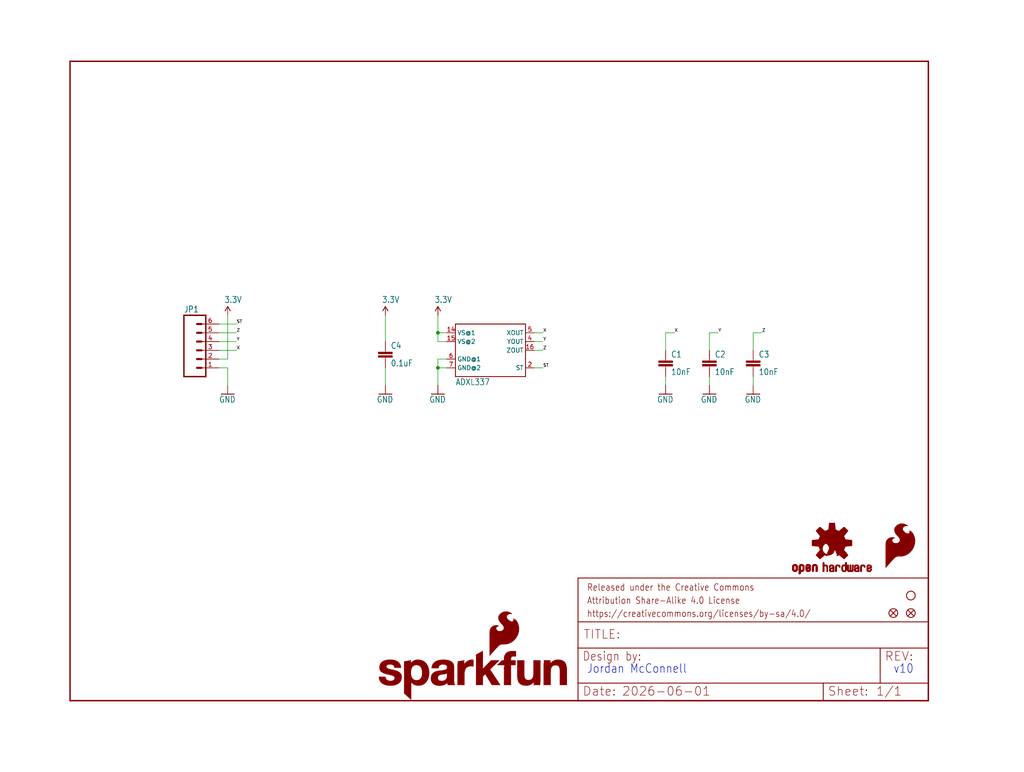
<source format=kicad_sch>
(kicad_sch (version 20230121) (generator eeschema)
  (paper "User" 297.002 223.926)
  (lib_symbols
    (symbol "working-eagle-import:0.1UF-25V(+80/-20%)(0603)"
      (property "Reference" "C" (at 1.524 2.921 0))
      (symbol "0.1UF-25V(+80/-20%)(0603)_1_0"
        (pin passive line (at 0 5.08 270) (length 2.54) (name "1") (number "1"))
        (pin passive line (at 0 -2.54 90) (length 2.54) (name "2") (number "2"))
      )
    )
    (symbol "working-eagle-import:10NF/10000PF-50V-10%(0603)"
      (property "Reference" "C" (at 1.524 2.921 0))
      (symbol "10NF/10000PF-50V-10%(0603)_1_0"
        (pin passive line (at 0 5.08 270) (length 2.54) (name "1") (number "1"))
        (pin passive line (at 0 -2.54 90) (length 2.54) (name "2") (number "2"))
      )
    )
    (symbol "working-eagle-import:3.3V" (power)
      (property "Value" "3.3V" (at -1.016 3.556 0))
      (symbol "3.3V_1_0"
        (pin power_in line (at 0 0 90) (length 2.54) (name "3.3V") (number "1"))
      )
    )
    (symbol "working-eagle-import:ADXL337"
      (symbol "ADXL337_1_0"
        (pin bidirectional line (at -12.7 5.08 0) (length 2.54) (name "VS@1") (number "14"))
        (pin bidirectional line (at -12.7 2.54 0) (length 2.54) (name "VS@2") (number "15"))
        (pin bidirectional line (at 12.7 0 180) (length 2.54) (name "ZOUT") (number "16"))
        (pin bidirectional line (at 12.7 -5.08 180) (length 2.54) (name "ST") (number "2"))
        (pin bidirectional line (at 12.7 2.54 180) (length 2.54) (name "YOUT") (number "4"))
        (pin bidirectional line (at 12.7 5.08 180) (length 2.54) (name "XOUT") (number "5"))
        (pin bidirectional line (at -12.7 -2.54 0) (length 2.54) (name "GND@1") (number "6"))
        (pin bidirectional line (at -12.7 -5.08 0) (length 2.54) (name "GND@2") (number "7"))
      )
    )
    (symbol "working-eagle-import:FIDUCIAL1X2")
    (symbol "working-eagle-import:FRAME-LETTER"
      (symbol "FRAME-LETTER_2_0"
        (text "${#}/${##}" (at 86.36 1.27 0) (effects (font (size 2.54 2.54)) (justify left bottom)))
        (text "${CURRENT_DATE}" (at 12.7 1.27 0) (effects (font (size 2.54 2.54)) (justify left bottom)))
        (text "${PROJECTNAME}" (at 15.494 17.78 0) (effects (font (size 2.7432 2.7432)) (justify left bottom)))
        (text "Attribution Share-Alike 4.0 License" (at 2.54 27.94 0) (effects (font (size 1.9304 1.6408)) (justify left bottom)))
        (text "Date:" (at 1.27 1.27 0) (effects (font (size 2.54 2.54)) (justify left bottom)))
        (text "Design by:" (at 1.27 11.43 0) (effects (font (size 2.54 2.159)) (justify left bottom)))
        (text "https://creativecommons.org/licenses/by-sa/4.0/" (at 2.54 24.13 0) (effects (font (size 1.9304 1.6408)) (justify left bottom)))
        (text "Released under the Creative Commons" (at 2.54 31.75 0) (effects (font (size 1.9304 1.6408)) (justify left bottom)))
        (text "REV:" (at 88.9 11.43 0) (effects (font (size 2.54 2.54)) (justify left bottom)))
        (text "Sheet:" (at 72.39 1.27 0) (effects (font (size 2.54 2.54)) (justify left bottom)))
        (text "TITLE:" (at 1.524 17.78 0) (effects (font (size 2.54 2.54)) (justify left bottom)))
      )
    )
    (symbol "working-eagle-import:GND" (power)
      (property "Value" "GND" (at -2.54 -2.54 0))
      (symbol "GND_1_0"
        (pin power_in line (at 0 2.54 270) (length 2.54) (name "GND") (number "1"))
      )
    )
    (symbol "working-eagle-import:M06SIP"
      (property "Reference" "JP" (at -5.08 10.922 0))
      (symbol "M06SIP_1_0"
        (pin passive line (at 5.08 -5.08 180) (length 5.08) (name "1") (number "1"))
        (pin passive line (at 5.08 -2.54 180) (length 5.08) (name "2") (number "2"))
        (pin passive line (at 5.08 0 180) (length 5.08) (name "3") (number "3"))
        (pin passive line (at 5.08 2.54 180) (length 5.08) (name "4") (number "4"))
        (pin passive line (at 5.08 5.08 180) (length 5.08) (name "5") (number "5"))
        (pin passive line (at 5.08 7.62 180) (length 5.08) (name "6") (number "6"))
      )
    )
    (symbol "working-eagle-import:OSHW-LOGOS")
    (symbol "working-eagle-import:SFE_LOGO_FLAME.1_INCH")
    (symbol "working-eagle-import:SFE_LOGO_NAME_FLAME.1_INCH")
    (symbol "working-eagle-import:STAND-OFF")
  )
  (junction (at 127 96.52))
  (junction (at 127 106.68))
  (wire (pts (xy 205.74 101.6) (xy 205.74 96.52)) (stroke (width 0.1524)))
  (wire (pts (xy 63.5 101.6) (xy 68.58 101.6)) (stroke (width 0.1524)))
  (wire (pts (xy 63.5 99.06) (xy 68.58 99.06)) (stroke (width 0.1524)))
  (wire (pts (xy 63.5 96.52) (xy 68.58 96.52)) (stroke (width 0.1524)))
  (wire (pts (xy 193.04 101.6) (xy 193.04 96.52)) (stroke (width 0.1524)))
  (wire (pts (xy 205.74 109.22) (xy 205.74 111.76)) (stroke (width 0.1524)))
  (wire (pts (xy 127 111.76) (xy 127 106.68)) (stroke (width 0.1524)))
  (wire (pts (xy 129.54 96.52) (xy 127 96.52)) (stroke (width 0.1524)))
  (wire (pts (xy 154.94 106.68) (xy 157.48 106.68)) (stroke (width 0.1524)))
  (wire (pts (xy 193.04 111.76) (xy 193.04 109.22)) (stroke (width 0.1524)))
  (wire (pts (xy 111.76 91.44) (xy 111.76 99.06)) (stroke (width 0.1524)))
  (wire (pts (xy 129.54 99.06) (xy 127 99.06)) (stroke (width 0.1524)))
  (wire (pts (xy 66.04 91.44) (xy 66.04 104.14)) (stroke (width 0.1524)))
  (wire (pts (xy 218.44 96.52) (xy 220.98 96.52)) (stroke (width 0.1524)))
  (wire (pts (xy 66.04 104.14) (xy 63.5 104.14)) (stroke (width 0.1524)))
  (wire (pts (xy 127 99.06) (xy 127 96.52)) (stroke (width 0.1524)))
  (wire (pts (xy 154.94 101.6) (xy 157.48 101.6)) (stroke (width 0.1524)))
  (wire (pts (xy 193.04 96.52) (xy 195.58 96.52)) (stroke (width 0.1524)))
  (wire (pts (xy 127 106.68) (xy 129.54 106.68)) (stroke (width 0.1524)))
  (wire (pts (xy 154.94 99.06) (xy 157.48 99.06)) (stroke (width 0.1524)))
  (wire (pts (xy 127 96.52) (xy 127 91.44)) (stroke (width 0.1524)))
  (wire (pts (xy 63.5 93.98) (xy 68.58 93.98)) (stroke (width 0.1524)))
  (wire (pts (xy 66.04 106.68) (xy 63.5 106.68)) (stroke (width 0.1524)))
  (wire (pts (xy 218.44 101.6) (xy 218.44 96.52)) (stroke (width 0.1524)))
  (wire (pts (xy 154.94 96.52) (xy 157.48 96.52)) (stroke (width 0.1524)))
  (wire (pts (xy 205.74 96.52) (xy 208.28 96.52)) (stroke (width 0.1524)))
  (wire (pts (xy 218.44 109.22) (xy 218.44 111.76)) (stroke (width 0.1524)))
  (wire (pts (xy 111.76 106.68) (xy 111.76 111.76)) (stroke (width 0.1524)))
  (wire (pts (xy 66.04 111.76) (xy 66.04 106.68)) (stroke (width 0.1524)))
  (wire (pts (xy 129.54 104.14) (xy 127 104.14)) (stroke (width 0.1524)))
  (wire (pts (xy 127 104.14) (xy 127 106.68)) (stroke (width 0.1524)))
  (text "Jordan McConnell" (at 170.18 195.58 0) (effects (font (size 2.54 2.159)) (justify left bottom)))
  (text "v10" (at 259.08 195.58 0) (effects (font (size 2.54 2.159)) (justify left bottom)))
  (label "Z" (at 68.58 96.52 0) (effects (font (size 0.889 0.889))))
  (label "ST" (at 68.58 93.98 0) (effects (font (size 0.889 0.889))))
  (label "ST" (at 157.48 106.68 0) (effects (font (size 0.889 0.889))))
  (label "X" (at 195.58 96.52 0) (effects (font (size 0.889 0.889))))
  (label "Y" (at 68.58 99.06 0) (effects (font (size 0.889 0.889))))
  (label "Z" (at 220.98 96.52 0) (effects (font (size 0.889 0.889))))
  (label "Y" (at 208.28 96.52 0) (effects (font (size 0.889 0.889))))
  (label "X" (at 157.48 96.52 0) (effects (font (size 0.889 0.889))))
  (label "Y" (at 157.48 99.06 0) (effects (font (size 0.889 0.889))))
  (label "X" (at 68.58 101.6 0) (effects (font (size 0.889 0.889))))
  (label "Z" (at 157.48 101.6 0) (effects (font (size 0.889 0.889))))
  (symbol (lib_id "working-eagle-import:GND") (at 205.74 114.3 0) (unit 1)
    (property "Reference" "#GND4" (effects hide))
    (property "Value" "GND" (at 203.2 116.84 0) (effects (font (size 1.778 1.5113)) (justify left bottom)))
  )
  (symbol (lib_id "working-eagle-import:10NF/10000PF-50V-10%(0603)") (at 205.74 106.68 0) (unit 1)
    (property "Reference" "C2" (at 207.264 103.759 0) (effects (font (size 1.778 1.5113)) (justify left bottom)))
    (property "Value" "10nF" (at 207.264 108.839 0) (effects (font (size 1.778 1.5113)) (justify left bottom)))
    (property "Footprint" "working:0603-CAP" (effects hide))
  )
  (symbol (lib_id "working-eagle-import:0.1UF-25V(+80/-20%)(0603)") (at 111.76 104.14 0) (unit 1)
    (property "Reference" "C4" (at 113.284 101.219 0) (effects (font (size 1.778 1.5113)) (justify left bottom)))
    (property "Value" "0.1uF" (at 113.284 106.299 0) (effects (font (size 1.778 1.5113)) (justify left bottom)))
    (property "Footprint" "working:0603-CAP" (effects hide))
  )
  (symbol (lib_id "working-eagle-import:3.3V") (at 66.04 91.44 0) (unit 1)
    (property "Reference" "#SUPPLY2" (effects hide))
    (property "Value" "3.3V" (at 65.024 87.884 0) (effects (font (size 1.778 1.5113)) (justify left bottom)))
  )
  (symbol (lib_id "working-eagle-import:GND") (at 111.76 114.3 0) (unit 1)
    (property "Reference" "#GND6" (effects hide))
    (property "Value" "GND" (at 109.22 116.84 0) (effects (font (size 1.778 1.5113)) (justify left bottom)))
  )
  (symbol (lib_id "working-eagle-import:GND") (at 193.04 114.3 0) (unit 1)
    (property "Reference" "#GND3" (effects hide))
    (property "Value" "GND" (at 190.5 116.84 0) (effects (font (size 1.778 1.5113)) (justify left bottom)))
  )
  (symbol (lib_id "working-eagle-import:M06SIP") (at 58.42 101.6 0) (unit 1)
    (property "Reference" "JP1" (at 53.34 90.678 0) (effects (font (size 1.778 1.5113)) (justify left bottom)))
    (property "Value" "M06SIP" (effects hide))
    (property "Footprint" "working:1X06" (effects hide))
  )
  (symbol (lib_id "working-eagle-import:OSHW-LOGOS") (at 241.3 157.48 0) (unit 1)
    (property "Reference" "LOGO2" (effects hide))
    (property "Value" "OSHW-LOGOS" (effects hide))
    (property "Footprint" "working:OSHW-LOGO-S" (effects hide))
  )
  (symbol (lib_id "working-eagle-import:FRAME-LETTER") (at 167.64 203.2 0) (unit 2)
    (property "Reference" "FRAME1" (effects hide))
    (property "Value" "FRAME-LETTER" (effects hide))
    (property "Footprint" "working:CREATIVE_COMMONS" (effects hide))
  )
  (symbol (lib_id "working-eagle-import:10NF/10000PF-50V-10%(0603)") (at 218.44 106.68 0) (unit 1)
    (property "Reference" "C3" (at 219.964 103.759 0) (effects (font (size 1.778 1.5113)) (justify left bottom)))
    (property "Value" "10nF" (at 219.964 108.839 0) (effects (font (size 1.778 1.5113)) (justify left bottom)))
    (property "Footprint" "working:0603-CAP" (effects hide))
  )
  (symbol (lib_id "working-eagle-import:FRAME-LETTER") (at 20.32 203.2 0) (unit 1)
    (property "Reference" "FRAME1" (effects hide))
    (property "Value" "FRAME-LETTER" (effects hide))
    (property "Footprint" "working:CREATIVE_COMMONS" (effects hide))
  )
  (symbol (lib_id "working-eagle-import:FIDUCIAL1X2") (at 264.16 177.8 0) (unit 1)
    (property "Reference" "FID1" (effects hide))
    (property "Value" "FIDUCIAL1X2" (effects hide))
    (property "Footprint" "working:FIDUCIAL-1X2" (effects hide))
  )
  (symbol (lib_id "working-eagle-import:GND") (at 66.04 114.3 0) (unit 1)
    (property "Reference" "#GND1" (effects hide))
    (property "Value" "GND" (at 63.5 116.84 0) (effects (font (size 1.778 1.5113)) (justify left bottom)))
  )
  (symbol (lib_id "working-eagle-import:STAND-OFF") (at 264.16 172.72 0) (unit 1)
    (property "Reference" "STANDOFF1" (effects hide))
    (property "Value" "STAND-OFF" (effects hide))
    (property "Footprint" "working:STAND-OFF" (effects hide))
  )
  (symbol (lib_id "working-eagle-import:GND") (at 218.44 114.3 0) (unit 1)
    (property "Reference" "#GND5" (effects hide))
    (property "Value" "GND" (at 215.9 116.84 0) (effects (font (size 1.778 1.5113)) (justify left bottom)))
  )
  (symbol (lib_id "working-eagle-import:SFE_LOGO_NAME_FLAME.1_INCH") (at 109.22 203.2 0) (unit 1)
    (property "Reference" "LOGO3" (effects hide))
    (property "Value" "SFE_LOGO_NAME_FLAME.1_INCH" (effects hide))
    (property "Footprint" "working:SFE_LOGO_NAME_FLAME_.1" (effects hide))
  )
  (symbol (lib_id "working-eagle-import:SFE_LOGO_FLAME.1_INCH") (at 256.54 165.1 0) (unit 1)
    (property "Reference" "LOGO1" (effects hide))
    (property "Value" "SFE_LOGO_FLAME.1_INCH" (effects hide))
    (property "Footprint" "working:SFE_LOGO_FLAME_.1" (effects hide))
  )
  (symbol (lib_id "working-eagle-import:FIDUCIAL1X2") (at 259.08 177.8 0) (unit 1)
    (property "Reference" "FID2" (effects hide))
    (property "Value" "FIDUCIAL1X2" (effects hide))
    (property "Footprint" "working:FIDUCIAL-1X2" (effects hide))
  )
  (symbol (lib_id "working-eagle-import:ADXL337") (at 142.24 101.6 0) (unit 1)
    (property "Reference" "U1" (effects hide))
    (property "Value" "ADXL337" (at 132.08 111.76 0) (effects (font (size 1.778 1.5113)) (justify left bottom)))
    (property "Footprint" "working:LFCSP_LQ-16" (effects hide))
  )
  (symbol (lib_id "working-eagle-import:3.3V") (at 127 91.44 0) (unit 1)
    (property "Reference" "#SUPPLY1" (effects hide))
    (property "Value" "3.3V" (at 125.984 87.884 0) (effects (font (size 1.778 1.5113)) (justify left bottom)))
  )
  (symbol (lib_id "working-eagle-import:3.3V") (at 111.76 91.44 0) (unit 1)
    (property "Reference" "#SUPPLY3" (effects hide))
    (property "Value" "3.3V" (at 110.744 87.884 0) (effects (font (size 1.778 1.5113)) (justify left bottom)))
  )
  (symbol (lib_id "working-eagle-import:10NF/10000PF-50V-10%(0603)") (at 193.04 106.68 0) (unit 1)
    (property "Reference" "C1" (at 194.564 103.759 0) (effects (font (size 1.778 1.5113)) (justify left bottom)))
    (property "Value" "10nF" (at 194.564 108.839 0) (effects (font (size 1.778 1.5113)) (justify left bottom)))
    (property "Footprint" "working:0603-CAP" (effects hide))
  )
  (symbol (lib_id "working-eagle-import:GND") (at 127 114.3 0) (unit 1)
    (property "Reference" "#GND2" (effects hide))
    (property "Value" "GND" (at 124.46 116.84 0) (effects (font (size 1.778 1.5113)) (justify left bottom)))
  )
)
</source>
